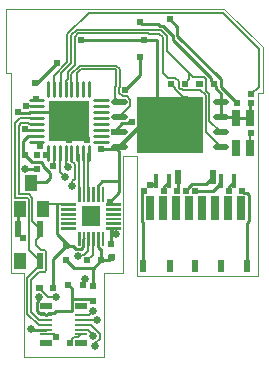
<source format=gtl>
G04 EAGLE Gerber RS-274X export*
G75*
%MOMM*%
%FSLAX34Y34*%
%LPD*%
%INTop Layer*%
%IPPOS*%
%AMOC8*
5,1,8,0,0,1.08239X$1,22.5*%
G01*
%ADD10C,0.000000*%
%ADD11C,0.250000*%
%ADD12R,3.400000X3.400000*%
%ADD13R,0.500000X0.600000*%
%ADD14R,0.600000X0.500000*%
%ADD15C,0.500000*%
%ADD16R,5.600000X4.800000*%
%ADD17R,0.800000X1.400000*%
%ADD18C,0.050000*%
%ADD19R,1.590000X1.750000*%
%ADD20C,0.048000*%
%ADD21R,1.000000X1.400000*%
%ADD22R,0.600000X1.400000*%
%ADD23R,0.550000X1.100000*%
%ADD24R,0.450000X1.200000*%
%ADD25R,0.500000X1.200000*%
%ADD26R,0.500000X1.100000*%
%ADD27R,0.800000X2.000000*%
%ADD28R,1.000000X0.240000*%
%ADD29R,1.000000X0.500000*%
%ADD30C,0.254000*%
%ADD31C,0.609600*%
%ADD32C,0.203200*%
%ADD33C,0.304800*%
%ADD34C,0.654800*%
%ADD35C,0.152400*%


D10*
X11500Y1000D02*
X11500Y72500D01*
X1000Y72500D01*
X1000Y241500D01*
X-3000Y241500D01*
X-3000Y296000D01*
X181500Y296000D01*
X214000Y263500D01*
X214000Y224500D01*
X210000Y224500D01*
X210000Y69500D01*
X107500Y69500D01*
X96000Y72500D02*
X79500Y72500D01*
X79500Y1000D01*
X11500Y1000D01*
X107500Y69500D02*
X107500Y171000D01*
X96000Y171000D01*
X96000Y72500D01*
D11*
X28100Y218500D02*
X16600Y218500D01*
D12*
X49600Y201000D03*
D11*
X28100Y213500D02*
X16600Y213500D01*
X16600Y208500D02*
X28100Y208500D01*
X28100Y203500D02*
X16600Y203500D01*
X16600Y198500D02*
X28100Y198500D01*
X28100Y193500D02*
X16600Y193500D01*
X16600Y188500D02*
X28100Y188500D01*
X28100Y183500D02*
X16600Y183500D01*
X32100Y179500D02*
X32100Y168000D01*
X37100Y168000D02*
X37100Y179500D01*
X42100Y179500D02*
X42100Y168000D01*
X47100Y168000D02*
X47100Y179500D01*
X52100Y179500D02*
X52100Y168000D01*
X57100Y168000D02*
X57100Y179500D01*
X62100Y179500D02*
X62100Y168000D01*
X67100Y168000D02*
X67100Y179500D01*
X71100Y183500D02*
X82600Y183500D01*
X82600Y188500D02*
X71100Y188500D01*
X71100Y193500D02*
X82600Y193500D01*
X82600Y198500D02*
X71100Y198500D01*
X71100Y203500D02*
X82600Y203500D01*
X82600Y208500D02*
X71100Y208500D01*
X71100Y213500D02*
X82600Y213500D01*
X82600Y218500D02*
X71100Y218500D01*
X67100Y222500D02*
X67100Y234000D01*
X62100Y234000D02*
X62100Y222500D01*
X57100Y222500D02*
X57100Y234000D01*
X52100Y234000D02*
X52100Y222500D01*
X47100Y222500D02*
X47100Y234000D01*
X42100Y234000D02*
X42100Y222500D01*
X37100Y222500D02*
X37100Y234000D01*
X32100Y234000D02*
X32100Y222500D01*
D13*
X47550Y83200D03*
X47550Y95200D03*
D14*
X77450Y83150D03*
X65450Y83150D03*
D13*
X85850Y85300D03*
X85850Y97300D03*
X22950Y160414D03*
X22950Y172414D03*
D15*
X88100Y216950D02*
X97100Y216950D01*
D16*
X135600Y197900D03*
D15*
X97100Y204250D02*
X88100Y204250D01*
X88100Y191550D02*
X97100Y191550D01*
X97100Y178850D02*
X88100Y178850D01*
X174100Y178850D02*
X183100Y178850D01*
X183100Y191550D02*
X174100Y191550D01*
X174100Y204250D02*
X183100Y204250D01*
X183100Y216950D02*
X174100Y216950D01*
D14*
X161100Y232800D03*
X173100Y232800D03*
D17*
X191300Y204000D03*
X191300Y178000D03*
X203300Y178000D03*
X203300Y204000D03*
D14*
X191985Y216708D03*
X203985Y216708D03*
D18*
X55250Y129750D02*
X43550Y129750D01*
X43550Y131250D01*
X55250Y131250D01*
X55250Y129750D01*
X55250Y130225D02*
X43550Y130225D01*
X43550Y130700D02*
X55250Y130700D01*
X55250Y131175D02*
X43550Y131175D01*
D19*
X68300Y120500D03*
D18*
X55250Y125750D02*
X43550Y125750D01*
X43550Y127250D01*
X55250Y127250D01*
X55250Y125750D01*
X55250Y126225D02*
X43550Y126225D01*
X43550Y126700D02*
X55250Y126700D01*
X55250Y127175D02*
X43550Y127175D01*
X43550Y121750D02*
X55250Y121750D01*
X43550Y121750D02*
X43550Y123250D01*
X55250Y123250D01*
X55250Y121750D01*
X55250Y122225D02*
X43550Y122225D01*
X43550Y122700D02*
X55250Y122700D01*
X55250Y123175D02*
X43550Y123175D01*
X43550Y117750D02*
X55250Y117750D01*
X43550Y117750D02*
X43550Y119250D01*
X55250Y119250D01*
X55250Y117750D01*
X55250Y118225D02*
X43550Y118225D01*
X43550Y118700D02*
X55250Y118700D01*
X55250Y119175D02*
X43550Y119175D01*
X43550Y113750D02*
X55250Y113750D01*
X43550Y113750D02*
X43550Y115250D01*
X55250Y115250D01*
X55250Y113750D01*
X55250Y114225D02*
X43550Y114225D01*
X43550Y114700D02*
X55250Y114700D01*
X55250Y115175D02*
X43550Y115175D01*
X43550Y109750D02*
X55250Y109750D01*
X43550Y109750D02*
X43550Y111250D01*
X55250Y111250D01*
X55250Y109750D01*
X55250Y110225D02*
X43550Y110225D01*
X43550Y110700D02*
X55250Y110700D01*
X55250Y111175D02*
X43550Y111175D01*
X59050Y107450D02*
X59050Y95750D01*
X57550Y95750D01*
X57550Y107450D01*
X59050Y107450D01*
X59050Y96225D02*
X57550Y96225D01*
X57550Y96700D02*
X59050Y96700D01*
X59050Y97175D02*
X57550Y97175D01*
X57550Y97650D02*
X59050Y97650D01*
X59050Y98125D02*
X57550Y98125D01*
X57550Y98600D02*
X59050Y98600D01*
X59050Y99075D02*
X57550Y99075D01*
X57550Y99550D02*
X59050Y99550D01*
X59050Y100025D02*
X57550Y100025D01*
X57550Y100500D02*
X59050Y100500D01*
X59050Y100975D02*
X57550Y100975D01*
X57550Y101450D02*
X59050Y101450D01*
X59050Y101925D02*
X57550Y101925D01*
X57550Y102400D02*
X59050Y102400D01*
X59050Y102875D02*
X57550Y102875D01*
X57550Y103350D02*
X59050Y103350D01*
X59050Y103825D02*
X57550Y103825D01*
X57550Y104300D02*
X59050Y104300D01*
X59050Y104775D02*
X57550Y104775D01*
X57550Y105250D02*
X59050Y105250D01*
X59050Y105725D02*
X57550Y105725D01*
X57550Y106200D02*
X59050Y106200D01*
X59050Y106675D02*
X57550Y106675D01*
X57550Y107150D02*
X59050Y107150D01*
X63050Y107450D02*
X63050Y95750D01*
X61550Y95750D01*
X61550Y107450D01*
X63050Y107450D01*
X63050Y96225D02*
X61550Y96225D01*
X61550Y96700D02*
X63050Y96700D01*
X63050Y97175D02*
X61550Y97175D01*
X61550Y97650D02*
X63050Y97650D01*
X63050Y98125D02*
X61550Y98125D01*
X61550Y98600D02*
X63050Y98600D01*
X63050Y99075D02*
X61550Y99075D01*
X61550Y99550D02*
X63050Y99550D01*
X63050Y100025D02*
X61550Y100025D01*
X61550Y100500D02*
X63050Y100500D01*
X63050Y100975D02*
X61550Y100975D01*
X61550Y101450D02*
X63050Y101450D01*
X63050Y101925D02*
X61550Y101925D01*
X61550Y102400D02*
X63050Y102400D01*
X63050Y102875D02*
X61550Y102875D01*
X61550Y103350D02*
X63050Y103350D01*
X63050Y103825D02*
X61550Y103825D01*
X61550Y104300D02*
X63050Y104300D01*
X63050Y104775D02*
X61550Y104775D01*
X61550Y105250D02*
X63050Y105250D01*
X63050Y105725D02*
X61550Y105725D01*
X61550Y106200D02*
X63050Y106200D01*
X63050Y106675D02*
X61550Y106675D01*
X61550Y107150D02*
X63050Y107150D01*
X67050Y107450D02*
X67050Y95750D01*
X65550Y95750D01*
X65550Y107450D01*
X67050Y107450D01*
X67050Y96225D02*
X65550Y96225D01*
X65550Y96700D02*
X67050Y96700D01*
X67050Y97175D02*
X65550Y97175D01*
X65550Y97650D02*
X67050Y97650D01*
X67050Y98125D02*
X65550Y98125D01*
X65550Y98600D02*
X67050Y98600D01*
X67050Y99075D02*
X65550Y99075D01*
X65550Y99550D02*
X67050Y99550D01*
X67050Y100025D02*
X65550Y100025D01*
X65550Y100500D02*
X67050Y100500D01*
X67050Y100975D02*
X65550Y100975D01*
X65550Y101450D02*
X67050Y101450D01*
X67050Y101925D02*
X65550Y101925D01*
X65550Y102400D02*
X67050Y102400D01*
X67050Y102875D02*
X65550Y102875D01*
X65550Y103350D02*
X67050Y103350D01*
X67050Y103825D02*
X65550Y103825D01*
X65550Y104300D02*
X67050Y104300D01*
X67050Y104775D02*
X65550Y104775D01*
X65550Y105250D02*
X67050Y105250D01*
X67050Y105725D02*
X65550Y105725D01*
X65550Y106200D02*
X67050Y106200D01*
X67050Y106675D02*
X65550Y106675D01*
X65550Y107150D02*
X67050Y107150D01*
X71050Y107450D02*
X71050Y95750D01*
X69550Y95750D01*
X69550Y107450D01*
X71050Y107450D01*
X71050Y96225D02*
X69550Y96225D01*
X69550Y96700D02*
X71050Y96700D01*
X71050Y97175D02*
X69550Y97175D01*
X69550Y97650D02*
X71050Y97650D01*
X71050Y98125D02*
X69550Y98125D01*
X69550Y98600D02*
X71050Y98600D01*
X71050Y99075D02*
X69550Y99075D01*
X69550Y99550D02*
X71050Y99550D01*
X71050Y100025D02*
X69550Y100025D01*
X69550Y100500D02*
X71050Y100500D01*
X71050Y100975D02*
X69550Y100975D01*
X69550Y101450D02*
X71050Y101450D01*
X71050Y101925D02*
X69550Y101925D01*
X69550Y102400D02*
X71050Y102400D01*
X71050Y102875D02*
X69550Y102875D01*
X69550Y103350D02*
X71050Y103350D01*
X71050Y103825D02*
X69550Y103825D01*
X69550Y104300D02*
X71050Y104300D01*
X71050Y104775D02*
X69550Y104775D01*
X69550Y105250D02*
X71050Y105250D01*
X71050Y105725D02*
X69550Y105725D01*
X69550Y106200D02*
X71050Y106200D01*
X71050Y106675D02*
X69550Y106675D01*
X69550Y107150D02*
X71050Y107150D01*
X75050Y107450D02*
X75050Y95750D01*
X73550Y95750D01*
X73550Y107450D01*
X75050Y107450D01*
X75050Y96225D02*
X73550Y96225D01*
X73550Y96700D02*
X75050Y96700D01*
X75050Y97175D02*
X73550Y97175D01*
X73550Y97650D02*
X75050Y97650D01*
X75050Y98125D02*
X73550Y98125D01*
X73550Y98600D02*
X75050Y98600D01*
X75050Y99075D02*
X73550Y99075D01*
X73550Y99550D02*
X75050Y99550D01*
X75050Y100025D02*
X73550Y100025D01*
X73550Y100500D02*
X75050Y100500D01*
X75050Y100975D02*
X73550Y100975D01*
X73550Y101450D02*
X75050Y101450D01*
X75050Y101925D02*
X73550Y101925D01*
X73550Y102400D02*
X75050Y102400D01*
X75050Y102875D02*
X73550Y102875D01*
X73550Y103350D02*
X75050Y103350D01*
X75050Y103825D02*
X73550Y103825D01*
X73550Y104300D02*
X75050Y104300D01*
X75050Y104775D02*
X73550Y104775D01*
X73550Y105250D02*
X75050Y105250D01*
X75050Y105725D02*
X73550Y105725D01*
X73550Y106200D02*
X75050Y106200D01*
X75050Y106675D02*
X73550Y106675D01*
X73550Y107150D02*
X75050Y107150D01*
X79050Y107450D02*
X79050Y95750D01*
X77550Y95750D01*
X77550Y107450D01*
X79050Y107450D01*
X79050Y96225D02*
X77550Y96225D01*
X77550Y96700D02*
X79050Y96700D01*
X79050Y97175D02*
X77550Y97175D01*
X77550Y97650D02*
X79050Y97650D01*
X79050Y98125D02*
X77550Y98125D01*
X77550Y98600D02*
X79050Y98600D01*
X79050Y99075D02*
X77550Y99075D01*
X77550Y99550D02*
X79050Y99550D01*
X79050Y100025D02*
X77550Y100025D01*
X77550Y100500D02*
X79050Y100500D01*
X79050Y100975D02*
X77550Y100975D01*
X77550Y101450D02*
X79050Y101450D01*
X79050Y101925D02*
X77550Y101925D01*
X77550Y102400D02*
X79050Y102400D01*
X79050Y102875D02*
X77550Y102875D01*
X77550Y103350D02*
X79050Y103350D01*
X79050Y103825D02*
X77550Y103825D01*
X77550Y104300D02*
X79050Y104300D01*
X79050Y104775D02*
X77550Y104775D01*
X77550Y105250D02*
X79050Y105250D01*
X79050Y105725D02*
X77550Y105725D01*
X77550Y106200D02*
X79050Y106200D01*
X79050Y106675D02*
X77550Y106675D01*
X77550Y107150D02*
X79050Y107150D01*
X81350Y111250D02*
X93050Y111250D01*
X93050Y109750D01*
X81350Y109750D01*
X81350Y111250D01*
X81350Y110225D02*
X93050Y110225D01*
X93050Y110700D02*
X81350Y110700D01*
X81350Y111175D02*
X93050Y111175D01*
X93050Y115250D02*
X81350Y115250D01*
X93050Y115250D02*
X93050Y113750D01*
X81350Y113750D01*
X81350Y115250D01*
X81350Y114225D02*
X93050Y114225D01*
X93050Y114700D02*
X81350Y114700D01*
X81350Y115175D02*
X93050Y115175D01*
X93050Y119250D02*
X81350Y119250D01*
X93050Y119250D02*
X93050Y117750D01*
X81350Y117750D01*
X81350Y119250D01*
X81350Y118225D02*
X93050Y118225D01*
X93050Y118700D02*
X81350Y118700D01*
X81350Y119175D02*
X93050Y119175D01*
X93050Y123250D02*
X81350Y123250D01*
X93050Y123250D02*
X93050Y121750D01*
X81350Y121750D01*
X81350Y123250D01*
X81350Y122225D02*
X93050Y122225D01*
X93050Y122700D02*
X81350Y122700D01*
X81350Y123175D02*
X93050Y123175D01*
X93050Y127250D02*
X81350Y127250D01*
X93050Y127250D02*
X93050Y125750D01*
X81350Y125750D01*
X81350Y127250D01*
X81350Y126225D02*
X93050Y126225D01*
X93050Y126700D02*
X81350Y126700D01*
X81350Y127175D02*
X93050Y127175D01*
X93050Y131250D02*
X81350Y131250D01*
X93050Y131250D02*
X93050Y129750D01*
X81350Y129750D01*
X81350Y131250D01*
X81350Y130225D02*
X93050Y130225D01*
X93050Y130700D02*
X81350Y130700D01*
X81350Y131175D02*
X93050Y131175D01*
X77550Y133550D02*
X77550Y145250D01*
X79050Y145250D01*
X79050Y133550D01*
X77550Y133550D01*
X77550Y134025D02*
X79050Y134025D01*
X79050Y134500D02*
X77550Y134500D01*
X77550Y134975D02*
X79050Y134975D01*
X79050Y135450D02*
X77550Y135450D01*
X77550Y135925D02*
X79050Y135925D01*
X79050Y136400D02*
X77550Y136400D01*
X77550Y136875D02*
X79050Y136875D01*
X79050Y137350D02*
X77550Y137350D01*
X77550Y137825D02*
X79050Y137825D01*
X79050Y138300D02*
X77550Y138300D01*
X77550Y138775D02*
X79050Y138775D01*
X79050Y139250D02*
X77550Y139250D01*
X77550Y139725D02*
X79050Y139725D01*
X79050Y140200D02*
X77550Y140200D01*
X77550Y140675D02*
X79050Y140675D01*
X79050Y141150D02*
X77550Y141150D01*
X77550Y141625D02*
X79050Y141625D01*
X79050Y142100D02*
X77550Y142100D01*
X77550Y142575D02*
X79050Y142575D01*
X79050Y143050D02*
X77550Y143050D01*
X77550Y143525D02*
X79050Y143525D01*
X79050Y144000D02*
X77550Y144000D01*
X77550Y144475D02*
X79050Y144475D01*
X79050Y144950D02*
X77550Y144950D01*
X73550Y145250D02*
X73550Y133550D01*
X73550Y145250D02*
X75050Y145250D01*
X75050Y133550D01*
X73550Y133550D01*
X73550Y134025D02*
X75050Y134025D01*
X75050Y134500D02*
X73550Y134500D01*
X73550Y134975D02*
X75050Y134975D01*
X75050Y135450D02*
X73550Y135450D01*
X73550Y135925D02*
X75050Y135925D01*
X75050Y136400D02*
X73550Y136400D01*
X73550Y136875D02*
X75050Y136875D01*
X75050Y137350D02*
X73550Y137350D01*
X73550Y137825D02*
X75050Y137825D01*
X75050Y138300D02*
X73550Y138300D01*
X73550Y138775D02*
X75050Y138775D01*
X75050Y139250D02*
X73550Y139250D01*
X73550Y139725D02*
X75050Y139725D01*
X75050Y140200D02*
X73550Y140200D01*
X73550Y140675D02*
X75050Y140675D01*
X75050Y141150D02*
X73550Y141150D01*
X73550Y141625D02*
X75050Y141625D01*
X75050Y142100D02*
X73550Y142100D01*
X73550Y142575D02*
X75050Y142575D01*
X75050Y143050D02*
X73550Y143050D01*
X73550Y143525D02*
X75050Y143525D01*
X75050Y144000D02*
X73550Y144000D01*
X73550Y144475D02*
X75050Y144475D01*
X75050Y144950D02*
X73550Y144950D01*
X69550Y145250D02*
X69550Y133550D01*
X69550Y145250D02*
X71050Y145250D01*
X71050Y133550D01*
X69550Y133550D01*
X69550Y134025D02*
X71050Y134025D01*
X71050Y134500D02*
X69550Y134500D01*
X69550Y134975D02*
X71050Y134975D01*
X71050Y135450D02*
X69550Y135450D01*
X69550Y135925D02*
X71050Y135925D01*
X71050Y136400D02*
X69550Y136400D01*
X69550Y136875D02*
X71050Y136875D01*
X71050Y137350D02*
X69550Y137350D01*
X69550Y137825D02*
X71050Y137825D01*
X71050Y138300D02*
X69550Y138300D01*
X69550Y138775D02*
X71050Y138775D01*
X71050Y139250D02*
X69550Y139250D01*
X69550Y139725D02*
X71050Y139725D01*
X71050Y140200D02*
X69550Y140200D01*
X69550Y140675D02*
X71050Y140675D01*
X71050Y141150D02*
X69550Y141150D01*
X69550Y141625D02*
X71050Y141625D01*
X71050Y142100D02*
X69550Y142100D01*
X69550Y142575D02*
X71050Y142575D01*
X71050Y143050D02*
X69550Y143050D01*
X69550Y143525D02*
X71050Y143525D01*
X71050Y144000D02*
X69550Y144000D01*
X69550Y144475D02*
X71050Y144475D01*
X71050Y144950D02*
X69550Y144950D01*
X65550Y145250D02*
X65550Y133550D01*
X65550Y145250D02*
X67050Y145250D01*
X67050Y133550D01*
X65550Y133550D01*
X65550Y134025D02*
X67050Y134025D01*
X67050Y134500D02*
X65550Y134500D01*
X65550Y134975D02*
X67050Y134975D01*
X67050Y135450D02*
X65550Y135450D01*
X65550Y135925D02*
X67050Y135925D01*
X67050Y136400D02*
X65550Y136400D01*
X65550Y136875D02*
X67050Y136875D01*
X67050Y137350D02*
X65550Y137350D01*
X65550Y137825D02*
X67050Y137825D01*
X67050Y138300D02*
X65550Y138300D01*
X65550Y138775D02*
X67050Y138775D01*
X67050Y139250D02*
X65550Y139250D01*
X65550Y139725D02*
X67050Y139725D01*
X67050Y140200D02*
X65550Y140200D01*
X65550Y140675D02*
X67050Y140675D01*
X67050Y141150D02*
X65550Y141150D01*
X65550Y141625D02*
X67050Y141625D01*
X67050Y142100D02*
X65550Y142100D01*
X65550Y142575D02*
X67050Y142575D01*
X67050Y143050D02*
X65550Y143050D01*
X65550Y143525D02*
X67050Y143525D01*
X67050Y144000D02*
X65550Y144000D01*
X65550Y144475D02*
X67050Y144475D01*
X67050Y144950D02*
X65550Y144950D01*
X61550Y145250D02*
X61550Y133550D01*
X61550Y145250D02*
X63050Y145250D01*
X63050Y133550D01*
X61550Y133550D01*
X61550Y134025D02*
X63050Y134025D01*
X63050Y134500D02*
X61550Y134500D01*
X61550Y134975D02*
X63050Y134975D01*
X63050Y135450D02*
X61550Y135450D01*
X61550Y135925D02*
X63050Y135925D01*
X63050Y136400D02*
X61550Y136400D01*
X61550Y136875D02*
X63050Y136875D01*
X63050Y137350D02*
X61550Y137350D01*
X61550Y137825D02*
X63050Y137825D01*
X63050Y138300D02*
X61550Y138300D01*
X61550Y138775D02*
X63050Y138775D01*
X63050Y139250D02*
X61550Y139250D01*
X61550Y139725D02*
X63050Y139725D01*
X63050Y140200D02*
X61550Y140200D01*
X61550Y140675D02*
X63050Y140675D01*
X63050Y141150D02*
X61550Y141150D01*
X61550Y141625D02*
X63050Y141625D01*
X63050Y142100D02*
X61550Y142100D01*
X61550Y142575D02*
X63050Y142575D01*
X63050Y143050D02*
X61550Y143050D01*
X61550Y143525D02*
X63050Y143525D01*
X63050Y144000D02*
X61550Y144000D01*
X61550Y144475D02*
X63050Y144475D01*
X63050Y144950D02*
X61550Y144950D01*
D20*
X57540Y145260D02*
X57540Y133540D01*
X57540Y145260D02*
X59060Y145260D01*
X59060Y133540D01*
X57540Y133540D01*
X57540Y133996D02*
X59060Y133996D01*
X59060Y134452D02*
X57540Y134452D01*
X57540Y134908D02*
X59060Y134908D01*
X59060Y135364D02*
X57540Y135364D01*
X57540Y135820D02*
X59060Y135820D01*
X59060Y136276D02*
X57540Y136276D01*
X57540Y136732D02*
X59060Y136732D01*
X59060Y137188D02*
X57540Y137188D01*
X57540Y137644D02*
X59060Y137644D01*
X59060Y138100D02*
X57540Y138100D01*
X57540Y138556D02*
X59060Y138556D01*
X59060Y139012D02*
X57540Y139012D01*
X57540Y139468D02*
X59060Y139468D01*
X59060Y139924D02*
X57540Y139924D01*
X57540Y140380D02*
X59060Y140380D01*
X59060Y140836D02*
X57540Y140836D01*
X57540Y141292D02*
X59060Y141292D01*
X59060Y141748D02*
X57540Y141748D01*
X57540Y142204D02*
X59060Y142204D01*
X59060Y142660D02*
X57540Y142660D01*
X57540Y143116D02*
X59060Y143116D01*
X59060Y143572D02*
X57540Y143572D01*
X57540Y144028D02*
X59060Y144028D01*
X59060Y144484D02*
X57540Y144484D01*
X57540Y144940D02*
X59060Y144940D01*
D14*
X136100Y232800D03*
X148100Y232800D03*
D21*
X8600Y82600D03*
D22*
X25600Y82600D03*
X25600Y109600D03*
X6600Y109600D03*
D14*
X24500Y59600D03*
X36500Y59600D03*
D23*
X201000Y78000D03*
D24*
X190000Y150000D03*
X179000Y150000D03*
D25*
X171500Y153600D03*
X142500Y153600D03*
D24*
X135000Y150000D03*
X124000Y150000D03*
D23*
X113000Y78000D03*
D26*
X135200Y78000D03*
X157000Y78000D03*
X178800Y78000D03*
D27*
X151500Y127300D03*
X140500Y127300D03*
X129500Y127300D03*
X118500Y127300D03*
X162500Y127300D03*
X173500Y127300D03*
X184500Y127300D03*
X195500Y127300D03*
D28*
X60500Y20500D03*
X60500Y24500D03*
X60500Y28500D03*
X60500Y32500D03*
X60500Y36500D03*
X30500Y36500D03*
X30500Y32500D03*
X30500Y28500D03*
X30500Y24500D03*
X30500Y20500D03*
D29*
X60100Y13000D03*
X60100Y44000D03*
X30900Y44000D03*
X30900Y13000D03*
D13*
X70700Y60950D03*
X70700Y48950D03*
D21*
X18200Y148800D03*
X27700Y126800D03*
X8700Y126800D03*
D14*
X61500Y62450D03*
X49500Y62450D03*
D13*
X12800Y160450D03*
X12800Y172450D03*
D30*
X130588Y145588D02*
X135000Y150000D01*
X130588Y145588D02*
X130588Y141872D01*
D31*
X130588Y141872D03*
D30*
X189737Y178000D02*
X191300Y178000D01*
X135600Y197900D02*
X124300Y209200D01*
X124300Y269750D01*
X146800Y209100D02*
X136350Y198650D01*
X135600Y197900D01*
D31*
X159800Y232800D03*
X147900Y219800D03*
D32*
X147900Y210200D01*
X146800Y209100D01*
X139512Y229388D02*
X136100Y232800D01*
X139512Y229388D02*
X139512Y227985D01*
X142785Y224712D01*
X142988Y224712D01*
X147900Y219800D01*
D30*
X178894Y229799D02*
X191985Y216708D01*
X178894Y229799D02*
X178894Y236457D01*
X177257Y238094D01*
X176906Y238094D01*
D31*
X135100Y287000D03*
D33*
X112400Y198650D02*
X92600Y178850D01*
X112400Y198650D02*
X136350Y198650D01*
D30*
X176906Y238094D02*
X141764Y273236D01*
X141764Y280483D01*
X135247Y287000D01*
X135100Y287000D01*
D31*
X191985Y216708D03*
X191300Y178000D03*
X8600Y82600D03*
X40000Y250000D03*
D30*
X60000Y270000D02*
X113350Y270000D01*
D31*
X60000Y270000D03*
X21086Y233200D03*
D30*
X23200Y233200D02*
X40000Y250000D01*
X23200Y233200D02*
X21086Y233200D01*
X77472Y177078D02*
X90828Y177078D01*
D31*
X77472Y177078D03*
D30*
X22914Y160450D02*
X12800Y160450D01*
X22914Y160450D02*
X22950Y160414D01*
D31*
X49600Y185234D03*
D30*
X49600Y201000D01*
X113600Y269750D02*
X113350Y270000D01*
X113600Y269750D02*
X124300Y269750D01*
D31*
X113600Y269750D03*
D30*
X92600Y178850D02*
X92190Y178440D01*
X92190Y150000D02*
X77995Y150000D01*
X77450Y92706D02*
X77450Y83150D01*
X74506Y101394D02*
X74300Y101600D01*
X74506Y101394D02*
X74506Y94489D01*
X76289Y92706D01*
X77450Y92706D01*
D31*
X86262Y85500D03*
X84400Y132850D03*
D30*
X85850Y85300D02*
X83700Y83150D01*
X77450Y83150D01*
D31*
X6588Y208834D03*
D30*
X15786Y207658D02*
X16628Y208500D01*
X15786Y207658D02*
X7764Y207658D01*
X6588Y208834D01*
X22350Y208500D02*
X42100Y208500D01*
X49600Y201000D02*
X65278Y185322D01*
D31*
X65278Y185322D03*
D30*
X49600Y201000D02*
X42100Y208500D01*
X47550Y83200D02*
X54318Y76432D01*
D32*
X12800Y160450D02*
X12800Y160488D01*
X12910Y160598D01*
D34*
X12910Y160598D03*
D30*
X54318Y76432D02*
X70233Y76432D01*
X70233Y61417D02*
X70700Y60950D01*
X70732Y76432D02*
X70233Y76432D01*
X70732Y76432D02*
X77450Y83150D01*
X70233Y76432D02*
X70233Y61417D01*
X85850Y85300D02*
X86062Y85300D01*
X86262Y85500D01*
X90828Y177078D02*
X92600Y178850D01*
X77995Y150000D02*
X74300Y146305D01*
X74300Y139400D01*
X159800Y232800D02*
X161100Y232800D01*
X92190Y140640D02*
X84400Y132850D01*
X86750Y130500D02*
X87200Y130500D01*
X86750Y130500D02*
X84400Y132850D01*
X30500Y24500D02*
X18200Y24500D01*
X17550Y25150D01*
D34*
X17550Y25150D03*
D30*
X92190Y140640D02*
X92190Y150000D01*
X92190Y150000D01*
X92190Y175716D01*
X90828Y177078D01*
D35*
X37366Y20500D02*
X30500Y20500D01*
X37366Y20500D02*
X39283Y18583D01*
D31*
X39283Y18583D03*
X30850Y171850D03*
D35*
X32100Y173100D01*
X32100Y173750D01*
X25216Y59600D02*
X24500Y59600D01*
D31*
X25216Y59600D03*
D34*
X38750Y51850D03*
D35*
X32250Y51850D01*
X30510Y53590D01*
X30510Y54057D01*
X27253Y57314D01*
X26786Y57314D01*
X24500Y59600D01*
D31*
X149208Y141872D03*
D30*
X150986Y144292D02*
X154408Y147714D01*
X150986Y144292D02*
X150986Y143650D01*
X149208Y141872D01*
X165614Y147714D02*
X171500Y153600D01*
X165614Y147714D02*
X154408Y147714D01*
X191300Y204000D02*
X203300Y204000D01*
X191300Y204000D02*
X191050Y204250D01*
X178600Y204250D01*
X203300Y204000D02*
X203300Y216023D01*
X203985Y216708D01*
X178600Y216950D02*
X178600Y204250D01*
D31*
X110228Y284500D03*
D30*
X173100Y232800D02*
X174830Y231070D01*
X174830Y228116D01*
X178600Y224346D01*
X178600Y216950D01*
D31*
X103000Y200100D03*
X97700Y227300D03*
D30*
X110000Y239600D01*
X110000Y255000D01*
D31*
X110000Y255000D03*
D30*
X169942Y235958D02*
X173100Y232800D01*
X169942Y235958D02*
X169942Y237720D01*
X137700Y273283D02*
X137700Y273800D01*
X137700Y269962D02*
X169942Y237720D01*
X129245Y281738D02*
X126862Y281738D01*
X125100Y283500D01*
X137700Y273283D02*
X137700Y269962D01*
X137700Y273283D02*
X129245Y281738D01*
X125100Y283500D02*
X111228Y283500D01*
X110228Y284500D01*
X22350Y193500D02*
X13200Y193500D01*
X12750Y193950D01*
D31*
X12750Y193950D03*
X22950Y172414D03*
X27700Y126800D03*
X88422Y192098D03*
D30*
X100437Y200100D02*
X103000Y200100D01*
X100437Y200100D02*
X99293Y198956D01*
X95280Y198956D01*
X88422Y192098D01*
D32*
X92052Y192098D02*
X92600Y191550D01*
X92052Y192098D02*
X88422Y192098D01*
D30*
X85850Y109150D02*
X85850Y105000D01*
X85850Y97300D01*
D32*
X40000Y130500D02*
X31400Y130500D01*
X40000Y130500D02*
X49400Y130500D01*
X31400Y130500D02*
X27700Y126800D01*
D30*
X62094Y101394D02*
X62300Y101600D01*
X62094Y101394D02*
X62094Y94489D01*
X60311Y92706D01*
X56289Y92706D01*
X53795Y95200D02*
X50000Y95200D01*
X47550Y95200D01*
X53795Y95200D02*
X56289Y92706D01*
X40000Y105200D02*
X40000Y130500D01*
X40000Y105200D02*
X50000Y95200D01*
X47550Y95200D02*
X36500Y84150D01*
X36500Y59600D01*
X85850Y109150D02*
X87200Y110500D01*
D34*
X90186Y105350D03*
D30*
X89836Y105000D01*
X85850Y105000D01*
D31*
X50528Y12750D03*
D35*
X57786Y17786D02*
X60500Y20500D01*
X57786Y17786D02*
X54153Y17786D01*
X52814Y16447D01*
X52814Y15036D01*
X50528Y12750D01*
X37100Y164376D02*
X37100Y173750D01*
X37100Y164376D02*
X36070Y163346D01*
D31*
X36070Y163346D03*
D32*
X70300Y101600D02*
X70300Y88000D01*
X65450Y83150D01*
D35*
X66300Y139400D02*
X66300Y172950D01*
X67100Y173750D01*
D34*
X52502Y145850D03*
D35*
X52502Y149839D01*
D34*
X57202Y86600D03*
D35*
X66300Y91148D02*
X66300Y101600D01*
X52100Y167310D02*
X52100Y173750D01*
X52100Y167310D02*
X54654Y164756D01*
X54654Y151991D01*
X52502Y149839D01*
X66300Y91148D02*
X63088Y87936D01*
X61503Y87936D01*
X60167Y86600D01*
X57202Y86600D01*
X58300Y139400D02*
X58300Y172550D01*
X57100Y173750D01*
X62300Y173550D02*
X62300Y139400D01*
X62300Y173550D02*
X62100Y173750D01*
X203300Y178000D02*
X203300Y189788D01*
X204412Y190900D01*
D31*
X204412Y190900D03*
X204412Y223780D03*
D35*
X210698Y230066D01*
X210698Y262132D01*
X180132Y292698D01*
X37100Y239557D02*
X37100Y228250D01*
X48570Y251027D02*
X48570Y274735D01*
X66533Y292698D01*
X180132Y292698D01*
X48570Y251027D02*
X37100Y239557D01*
X88637Y244952D02*
X89400Y244189D01*
X88637Y244952D02*
X60163Y244952D01*
X57100Y241889D01*
X57100Y228250D01*
X89318Y230772D02*
X89400Y230854D01*
X89400Y244189D01*
X89318Y220232D02*
X92600Y216950D01*
X89318Y220232D02*
X89318Y230772D01*
X168934Y201216D02*
X178600Y191550D01*
X168934Y201216D02*
X168934Y224109D01*
X151522Y236222D02*
X148100Y232800D01*
X151522Y236222D02*
X151522Y241522D01*
X166386Y226657D02*
X168934Y224109D01*
X166386Y226657D02*
X166386Y236247D01*
X151522Y241522D02*
X133048Y259995D01*
X164499Y238134D02*
X166386Y236247D01*
X164499Y238134D02*
X154909Y238134D01*
X133048Y259995D02*
X133048Y272906D01*
X127772Y278182D01*
X118672Y278182D01*
X118472Y278382D01*
X151522Y241522D02*
X154909Y238134D01*
X56528Y278382D02*
X51618Y273472D01*
X43564Y229714D02*
X42100Y228250D01*
X51618Y249764D02*
X51618Y273472D01*
X43564Y241710D02*
X43564Y229714D01*
X43564Y241710D02*
X51618Y249764D01*
X56528Y278382D02*
X118472Y278382D01*
X101886Y218932D02*
X101886Y213536D01*
X92600Y204250D01*
X93100Y244800D02*
X89900Y248000D01*
X58900Y248000D01*
X52100Y241200D01*
X52100Y228250D01*
X98852Y221966D02*
X101886Y218932D01*
X98852Y221966D02*
X95491Y221966D01*
X92366Y225091D01*
X92366Y229509D01*
X93100Y230243D01*
X93100Y244800D01*
X165886Y191564D02*
X178600Y178850D01*
X165886Y191564D02*
X165886Y222847D01*
X161267Y227466D01*
X146104Y227466D01*
X140047Y237586D02*
X133800Y237586D01*
X145556Y228014D02*
X146104Y227466D01*
X145556Y228014D02*
X144153Y228014D01*
X142814Y229353D01*
X142814Y234819D01*
X140047Y237586D01*
X133800Y237586D02*
X129634Y241752D01*
X129634Y272009D01*
X126509Y275134D01*
X47100Y235000D02*
X47100Y228250D01*
X117409Y275134D02*
X126509Y275134D01*
X117409Y275134D02*
X117209Y275334D01*
X57791Y275334D02*
X54666Y272209D01*
X49052Y236952D02*
X47100Y235000D01*
X49052Y236952D02*
X49052Y242887D01*
X54666Y248501D01*
X54666Y272209D01*
X57791Y275334D02*
X117209Y275334D01*
X24464Y73314D02*
X17850Y66700D01*
X24464Y73314D02*
X29547Y73314D01*
X30886Y74653D01*
X19034Y136009D02*
X15909Y139134D01*
X7350Y139134D01*
X19034Y116166D02*
X25600Y109600D01*
X19034Y116166D02*
X19034Y136009D01*
X15743Y198500D02*
X14959Y199284D01*
X15743Y198500D02*
X22350Y198500D01*
X9684Y199284D02*
X7350Y196950D01*
X9684Y199284D02*
X14959Y199284D01*
X7350Y196950D02*
X7350Y139134D01*
X22016Y100237D02*
X22016Y95819D01*
X25600Y103821D02*
X25600Y109600D01*
X25600Y103821D02*
X22016Y100237D01*
X30886Y90547D02*
X30886Y74653D01*
X30886Y90547D02*
X29547Y91886D01*
X25949Y91886D01*
X22016Y95819D01*
X24563Y32500D02*
X30500Y32500D01*
X24563Y32500D02*
X17850Y39213D01*
X17850Y66700D01*
X22350Y203500D02*
X8752Y203500D01*
X15986Y92214D02*
X25600Y82600D01*
X14802Y67963D02*
X14802Y37950D01*
X25600Y78761D02*
X25600Y82600D01*
X25600Y78761D02*
X14802Y67963D01*
X14647Y136086D02*
X4302Y136086D01*
X14647Y136086D02*
X15986Y134747D01*
X4302Y199050D02*
X8752Y203500D01*
X15986Y134747D02*
X15986Y103957D01*
X16034Y103909D01*
X16034Y99491D01*
X15986Y99443D01*
X15986Y92214D01*
X4302Y136086D02*
X4302Y199050D01*
X24252Y28500D02*
X30500Y28500D01*
X24252Y28500D02*
X14802Y37950D01*
D31*
X113088Y141872D03*
D30*
X113000Y114849D02*
X113000Y78000D01*
X113000Y114849D02*
X111706Y116143D01*
X111706Y140490D01*
X113088Y141872D01*
X120806Y146806D02*
X124000Y150000D01*
X120806Y146806D02*
X118930Y146806D01*
D31*
X118930Y146806D03*
D30*
X142500Y142784D02*
X142500Y153600D01*
X142500Y142784D02*
X141588Y141872D01*
D31*
X141588Y141872D03*
X156828Y141872D03*
D30*
X176794Y147794D02*
X179000Y150000D01*
X176794Y147794D02*
X176794Y146443D01*
X172223Y141872D01*
X156828Y141872D01*
X185588Y145588D02*
X190000Y150000D01*
X185588Y145588D02*
X185588Y141872D01*
D31*
X185588Y141872D03*
X196588Y141872D03*
D30*
X201000Y114849D02*
X201000Y78000D01*
X201000Y114849D02*
X202294Y116143D01*
X202294Y138457D01*
X200657Y140094D01*
X198366Y140094D01*
X196588Y141872D01*
D31*
X10700Y101700D03*
D30*
X6600Y105800D01*
X6600Y109600D01*
X6600Y124700D01*
X8700Y126800D01*
X49500Y62450D02*
X52306Y59644D01*
X52306Y50000D02*
X52306Y40343D01*
X52306Y50000D02*
X52306Y59644D01*
X69650Y50000D02*
X70700Y48950D01*
X69650Y50000D02*
X52306Y50000D01*
X32706Y38706D02*
X30500Y36500D01*
X32706Y38706D02*
X37057Y38706D01*
X38694Y40343D01*
X52306Y40343D01*
D34*
X24950Y51754D03*
D30*
X28294Y38706D02*
X30500Y36500D01*
X28294Y38706D02*
X24743Y38706D01*
X23106Y40343D01*
X23106Y47657D01*
X24950Y49501D02*
X24950Y51754D01*
X24950Y49501D02*
X23106Y47657D01*
D35*
X22350Y218500D02*
X22350Y219322D01*
D31*
X22350Y219322D03*
D35*
X60500Y32500D02*
X73456Y32500D01*
X73686Y32270D01*
D34*
X73686Y32270D03*
D35*
X22350Y213500D02*
X13366Y213500D01*
D31*
X13366Y213500D03*
D34*
X70000Y40000D03*
D35*
X66500Y36500D01*
X60500Y36500D01*
X47100Y165211D02*
X47100Y173750D01*
D34*
X70336Y18750D03*
D35*
X70336Y20097D01*
X66447Y23986D01*
X49476Y162835D02*
X47100Y165211D01*
X49476Y162835D02*
X49094Y162453D01*
D34*
X49094Y162453D03*
D35*
X61014Y23986D02*
X66447Y23986D01*
X61014Y23986D02*
X60500Y24500D01*
D34*
X72186Y10150D03*
D35*
X61014Y27986D02*
X60500Y28500D01*
X75896Y21053D02*
X75896Y16447D01*
X72186Y12737D01*
X72186Y10150D01*
X68963Y27986D02*
X61014Y27986D01*
X68963Y27986D02*
X75896Y21053D01*
X42100Y158181D02*
X42100Y173750D01*
X42100Y158181D02*
X46525Y153756D01*
D34*
X46525Y153756D03*
D30*
X22350Y188500D02*
X15606Y188500D01*
X10906Y183800D01*
X10906Y174344D01*
X12800Y172450D01*
X26607Y166208D02*
X28244Y164571D01*
X19042Y166208D02*
X12800Y172450D01*
X28244Y164571D02*
X28244Y162790D01*
X26808Y149158D02*
X26750Y149100D01*
X26607Y166208D02*
X19042Y166208D01*
X18500Y149100D02*
X26750Y149100D01*
X18500Y149100D02*
X18200Y148800D01*
X28244Y162790D02*
X33614Y157420D01*
X33614Y152580D01*
X30192Y149158D01*
X26808Y149158D01*
D35*
X25500Y180350D02*
X22350Y183500D01*
X25500Y180350D02*
X25500Y180034D01*
D31*
X25500Y180034D03*
D34*
X63200Y67298D03*
D35*
X61500Y65598D02*
X61500Y62450D01*
X61500Y65598D02*
X63200Y67298D01*
M02*

</source>
